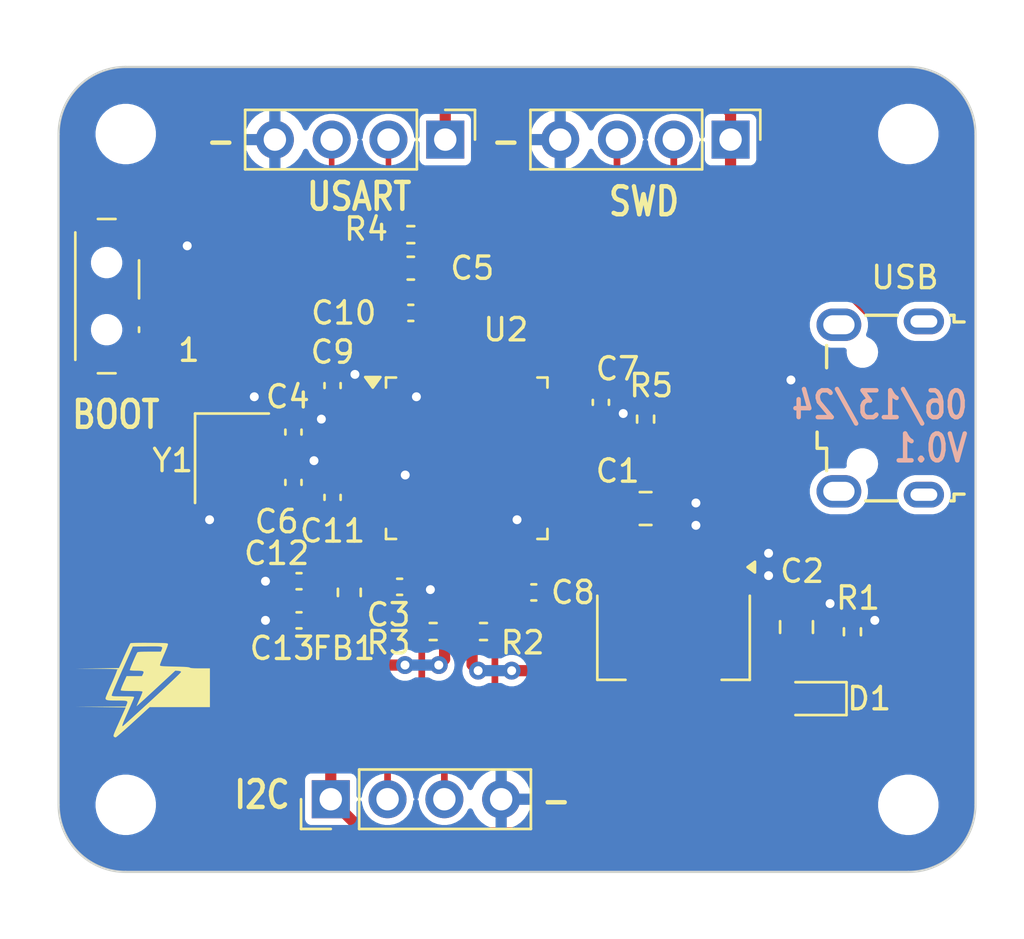
<source format=kicad_pcb>
(kicad_pcb (version 20240108) (generator "pcbnew") (generator_version "8.0")
  (layers (0 "F.Cu" signal) (31 "B.Cu" signal) (34 "B.Paste" user) (35 "F.Paste" user) (36 "B.SilkS" user "B.Silkscreen") (37 "F.SilkS" user "F.Silkscreen") (38 "B.Mask" user) (39 "F.Mask" user) (44 "Edge.Cuts" user))
  (net 0 "")
  (net 1 "GND")
  (net 2 "VBUS")
  (net 3 "+3.3V")
  (net 4 "/NRST")
  (net 5 "/HSE_IN")
  (net 6 "/HSE_OUT")
  (net 7 "+3.3VA")
  (net 8 "/PWR_LED_K")
  (net 9 "/I2C2_SDA")
  (net 10 "/I2C2_SCL")
  (net 11 "/USART1_RX")
  (net 12 "/USART1_TX")
  (net 13 "/SWDIO")
  (net 14 "/SWCLK")
  (net 16 "/USB_DP")
  (net 21 "/USB_DM")
  (net 22 "/BOOT0")
  (net 23 "/SW_BOOT0")
  (footprint "Resistor_SMD:R_0402_1005Metric" (layer "F.Cu") (at 76 65.25)
    (property "Reference" "R2" (at 1.75 0.5 0) (layer "F.SilkS"))
    (property "Value" "1k5")
    (pad "1" smd roundrect (at -0.51 0) (size 0.54 0.64) (layers "F.Cu" "F.Paste" "F.Mask") (net 3 "+3.3V"))
    (pad "2" smd roundrect (at 0.51 0) (size 0.54 0.64) (layers "F.Cu" "F.Paste" "F.Mask") (net 9 "/I2C2_SDA"))
  )
  (footprint "Resistor_SMD:R_0402_1005Metric" (layer "F.Cu") (at 83.25 55.75 -90)
    (property "Reference" "R5" (at -1.5 -0.25 0) (layer "F.SilkS"))
    (property "Value" "1k5")
    (pad "1" smd roundrect (at -0.51 0 270) (size 0.54 0.64) (layers "F.Cu" "F.Paste" "F.Mask") (net 3 "+3.3V"))
    (pad "2" smd roundrect (at 0.51 0 270) (size 0.54 0.64) (layers "F.Cu" "F.Paste" "F.Mask") (net 16 "/USB_DP"))
  )
  (footprint "Capacitor_SMD:C_0603_1608Metric" (layer "F.Cu") (at 72.75 49)
    (property "Reference" "C5" (at 2.75 0 0) (layer "F.SilkS"))
    (property "Value" "10u")
    (pad "1" smd roundrect (at -0.775 0) (size 0.9 0.95) (layers "F.Cu" "F.Paste" "F.Mask") (net 3 "+3.3V"))
    (pad "2" smd roundrect (at 0.775 0) (size 0.9 0.95) (layers "F.Cu" "F.Paste" "F.Mask") (net 1 "GND"))
  )
  (footprint "MountingHole:MountingHole_2.2mm_M2" (layer "F.Cu") (at 95 73)
    (property "Reference" "H3")
    (property "Value" "MountingHole")
    (pad "" np_thru_hole circle (at 0 0) (size 2.2 2.2) (drill 2.2) (layers "*.Cu" "*.Mask"))
  )
  (footprint "Capacitor_SMD:C_0805_2012Metric" (layer "F.Cu") (at 83.25 59.75)
    (property "Reference" "C1" (at -1.25 -1.68 0) (layer "F.SilkS"))
    (property "Value" "22u")
    (pad "1" smd roundrect (at -0.95 0) (size 1 1.45) (layers "F.Cu" "F.Paste" "F.Mask") (net 2 "VBUS"))
    (pad "2" smd roundrect (at 0.95 0) (size 1 1.45) (layers "F.Cu" "F.Paste" "F.Mask") (net 1 "GND"))
  )
  (footprint "Connector_PinHeader_2.54mm:PinHeader_1x04_P2.54mm_Vertical" (layer "F.Cu") (at 87.05 43.25 -90)
    (property "Reference" "J3" (hide yes))
    (property "Value" "Conn_01x04_Pin")
    (pad "1" thru_hole rect (at 0 0 270) (size 1.7 1.7) (drill 1) (layers "*.Cu" "*.Mask") (net 3 "+3.3V"))
    (pad "2" thru_hole oval (at 0 2.54 270) (size 1.7 1.7) (drill 1) (layers "*.Cu" "*.Mask") (net 13 "/SWDIO"))
    (pad "3" thru_hole oval (at 0 5.08 270) (size 1.7 1.7) (drill 1) (layers "*.Cu" "*.Mask") (net 14 "/SWCLK"))
    (pad "4" thru_hole oval (at 0 7.62 270) (size 1.7 1.7) (drill 1) (layers "*.Cu" "*.Mask") (net 1 "GND"))
  )
  (footprint "Capacitor_SMD:C_0402_1005Metric" (layer "F.Cu") (at 78.25 63.5 180)
    (property "Reference" "C8" (at -1.75 0 0) (layer "F.SilkS"))
    (property "Value" "100n")
    (pad "1" smd roundrect (at -0.48 0 180) (size 0.56 0.62) (layers "F.Cu" "F.Paste" "F.Mask") (net 3 "+3.3V"))
    (pad "2" smd roundrect (at 0.48 0 180) (size 0.56 0.62) (layers "F.Cu" "F.Paste" "F.Mask") (net 1 "GND"))
  )
  (footprint "MountingHole:MountingHole_2.2mm_M2" (layer "F.Cu") (at 60 43)
    (property "Reference" "H1")
    (property "Value" "MountingHole")
    (pad "" np_thru_hole circle (at 0 0) (size 2.2 2.2) (drill 2.2) (layers "*.Cu" "*.Mask"))
  )
  (footprint "Capacitor_SMD:C_0402_1005Metric" (layer "F.Cu") (at 72.75 51)
    (property "Reference" "C10" (at -3 0 0) (layer "F.SilkS"))
    (property "Value" "100n")
    (pad "1" smd roundrect (at -0.48 0) (size 0.56 0.62) (layers "F.Cu" "F.Paste" "F.Mask") (net 3 "+3.3V"))
    (pad "2" smd roundrect (at 0.48 0) (size 0.56 0.62) (layers "F.Cu" "F.Paste" "F.Mask") (net 1 "GND"))
  )
  (footprint "Capacitor_SMD:C_0402_1005Metric" (layer "F.Cu") (at 67.5 56.33 90)
    (property "Reference" "C4" (at 1.58 -0.25 0) (layer "F.SilkS"))
    (property "Value" "10p")
    (pad "1" smd roundrect (at -0.48 0 90) (size 0.56 0.62) (layers "F.Cu" "F.Paste" "F.Mask") (net 5 "/HSE_IN"))
    (pad "2" smd roundrect (at 0.48 0 90) (size 0.56 0.62) (layers "F.Cu" "F.Paste" "F.Mask") (net 1 "GND"))
  )
  (footprint "Connector_PinHeader_2.54mm:PinHeader_1x04_P2.54mm_Vertical" (layer "F.Cu") (at 69.17 72.75 90)
    (property "Reference" "J1" (hide yes))
    (property "Value" "Conn_01x04_Pin")
    (pad "1" thru_hole rect (at 0 0 90) (size 1.7 1.7) (drill 1) (layers "*.Cu" "*.Mask") (net 3 "+3.3V"))
    (pad "2" thru_hole oval (at 0 2.54 90) (size 1.7 1.7) (drill 1) (layers "*.Cu" "*.Mask") (net 10 "/I2C2_SCL"))
    (pad "3" thru_hole oval (at 0 5.08 90) (size 1.7 1.7) (drill 1) (layers "*.Cu" "*.Mask") (net 9 "/I2C2_SDA"))
    (pad "4" thru_hole oval (at 0 7.62 90) (size 1.7 1.7) (drill 1) (layers "*.Cu" "*.Mask") (net 1 "GND"))
  )
  (footprint "Package_QFP:LQFP-48_7x7mm_P0.5mm" (layer "F.Cu") (at 75.25 57.5)
    (property "Reference" "U2" (at 1.75 -5.75 0) (layer "F.SilkS"))
    (property "Value" "STM32F103C8T6")
    (pad "1" smd roundrect (at -4.1625 -2.75) (size 1.475 0.3) (layers "F.Cu" "F.Paste" "F.Mask") (net 3 "+3.3V"))
    (pad "2" smd roundrect (at -4.1625 -2.25) (size 1.475 0.3) (layers "F.Cu" "F.Paste" "F.Mask"))
    (pad "3" smd roundrect (at -4.1625 -1.75) (size 1.475 0.3) (layers "F.Cu" "F.Paste" "F.Mask"))
    (pad "4" smd roundrect (at -4.1625 -1.25) (size 1.475 0.3) (layers "F.Cu" "F.Paste" "F.Mask"))
    (pad "5" smd roundrect (at -4.1625 -0.75) (size 1.475 0.3) (layers "F.Cu" "F.Paste" "F.Mask") (net 5 "/HSE_IN"))
    (pad "6" smd roundrect (at -4.1625 -0.25) (size 1.475 0.3) (layers "F.Cu" "F.Paste" "F.Mask") (net 6 "/HSE_OUT"))
    (pad "7" smd roundrect (at -4.1625 0.25) (size 1.475 0.3) (layers "F.Cu" "F.Paste" "F.Mask") (net 4 "/NRST"))
    (pad "8" smd roundrect (at -4.1625 0.75) (size 1.475 0.3) (layers "F.Cu" "F.Paste" "F.Mask") (net 1 "GND"))
    (pad "9" smd roundrect (at -4.1625 1.25) (size 1.475 0.3) (layers "F.Cu" "F.Paste" "F.Mask") (net 7 "+3.3VA"))
    (pad "10" smd roundrect (at -4.1625 1.75) (size 1.475 0.3) (layers "F.Cu" "F.Paste" "F.Mask"))
    (pad "11" smd roundrect (at -4.1625 2.25) (size 1.475 0.3) (layers "F.Cu" "F.Paste" "F.Mask"))
    (pad "12" smd roundrect (at -4.1625 2.75) (size 1.475 0.3) (layers "F.Cu" "F.Paste" "F.Mask"))
    (pad "13" smd roundrect (at -2.75 4.1625) (size 0.3 1.475) (layers "F.Cu" "F.Paste" "F.Mask"))
    (pad "14" smd roundrect (at -2.25 4.1625) (size 0.3 1.475) (layers "F.Cu" "F.Paste" "F.Mask"))
    (pad "15" smd roundrect (at -1.75 4.1625) (size 0.3 1.475) (layers "F.Cu" "F.Paste" "F.Mask"))
    (pad "16" smd roundrect (at -1.25 4.1625) (size 0.3 1.475) (layers "F.Cu" "F.Paste" "F.Mask"))
    (pad "17" smd roundrect (at -0.75 4.1625) (size 0.3 1.475) (layers "F.Cu" "F.Paste" "F.Mask"))
    (pad "18" smd roundrect (at -0.25 4.1625) (size 0.3 1.475) (layers "F.Cu" "F.Paste" "F.Mask"))
    (pad "19" smd roundrect (at 0.25 4.1625) (size 0.3 1.475) (layers "F.Cu" "F.Paste" "F.Mask"))
    (pad "20" smd roundrect (at 0.75 4.1625) (size 0.3 1.475) (layers "F.Cu" "F.Paste" "F.Mask"))
    (pad "21" smd roundrect (at 1.25 4.1625) (size 0.3 1.475) (layers "F.Cu" "F.Paste" "F.Mask") (net 10 "/I2C2_SCL"))
    (pad "22" smd roundrect (at 1.75 4.1625) (size 0.3 1.475) (layers "F.Cu" "F.Paste" "F.Mask") (net 9 "/I2C2_SDA"))
    (pad "23" smd roundrect (at 2.25 4.1625) (size 0.3 1.475) (layers "F.Cu" "F.Paste" "F.Mask") (net 1 "GND"))
    (pad "24" smd roundrect (at 2.75 4.1625) (size 0.3 1.475) (layers "F.Cu" "F.Paste" "F.Mask") (net 3 "+3.3V"))
    (pad "25" smd roundrect (at 4.1625 2.75) (size 1.475 0.3) (layers "F.Cu" "F.Paste" "F.Mask"))
    (pad "26" smd roundrect (at 4.1625 2.25) (size 1.475 0.3) (layers "F.Cu" "F.Paste" "F.Mask"))
    (pad "27" smd roundrect (at 4.1625 1.75) (size 1.475 0.3) (layers "F.Cu" "F.Paste" "F.Mask"))
    (pad "28" smd roundrect (at 4.1625 1.25) (size 1.475 0.3) (layers "F.Cu" "F.Paste" "F.Mask"))
    (pad "29" smd roundrect (at 4.1625 0.75) (size 1.475 0.3) (layers "F.Cu" "F.Paste" "F.Mask"))
    (pad "30" smd roundrect (at 4.1625 0.25) (size 1.475 0.3) (layers "F.Cu" "F.Paste" "F.Mask"))
    (pad "31" smd roundrect (at 4.1625 -0.25) (size 1.475 0.3) (layers "F.Cu" "F.Paste" "F.Mask"))
    (pad "32" smd roundrect (at 4.1625 -0.75) (size 1.475 0.3) (layers "F.Cu" "F.Paste" "F.Mask") (net 21 "/USB_DM"))
    (pad "33" smd roundrect (at 4.1625 -1.25) (size 1.475 0.3) (layers "F.Cu" "F.Paste" "F.Mask") (net 16 "/USB_DP"))
    (pad "34" smd roundrect (at 4.1625 -1.75) (size 1.475 0.3) (layers "F.Cu" "F.Paste" "F.Mask") (net 13 "/SWDIO"))
    (pad "35" smd roundrect (at 4.1625 -2.25) (size 1.475 0.3) (layers "F.Cu" "F.Paste" "F.Mask") (net 1 "GND"))
    (pad "36" smd roundrect (at 4.1625 -2.75) (size 1.475 0.3) (layers "F.Cu" "F.Paste" "F.Mask") (net 3 "+3.3V"))
    (pad "37" smd roundrect (at 2.75 -4.1625) (size 0.3 1.475) (layers "F.Cu" "F.Paste" "F.Mask") (net 14 "/SWCLK"))
    (pad "38" smd roundrect (at 2.25 -4.1625) (size 0.3 1.475) (layers "F.Cu" "F.Paste" "F.Mask"))
    (pad "39" smd roundrect (at 1.75 -4.1625) (size 0.3 1.475) (layers "F.Cu" "F.Paste" "F.Mask"))
    (pad "40" smd roundrect (at 1.25 -4.1625) (size 0.3 1.475) (layers "F.Cu" "F.Paste" "F.Mask"))
    (pad "41" smd roundrect (at 0.75 -4.1625) (size 0.3 1.475) (layers "F.Cu" "F.Paste" "F.Mask"))
    (pad "42" smd roundrect (at 0.25 -4.1625) (size 0.3 1.475) (layers "F.Cu" "F.Paste" "F.Mask") (net 12 "/USART1_TX"))
    (pad "43" smd roundrect (at -0.25 -4.1625) (size 0.3 1.475) (layers "F.Cu" "F.Paste" "F.Mask") (net 11 "/USART1_RX"))
    (pad "44" smd roundrect (at -0.75 -4.1625) (size 0.3 1.475) (layers "F.Cu" "F.Paste" "F.Mask") (net 22 "/BOOT0"))
    (pad "45" smd roundrect (at -1.25 -4.1625) (size 0.3 1.475) (layers "F.Cu" "F.Paste" "F.Mask"))
    (pad "46" smd roundrect (at -1.75 -4.1625) (size 0.3 1.475) (layers "F.Cu" "F.Paste" "F.Mask"))
    (pad "47" smd roundrect (at -2.25 -4.1625) (size 0.3 1.475) (layers "F.Cu" "F.Paste" "F.Mask") (net 1 "GND"))
    (pad "48" smd roundrect (at -2.75 -4.1625) (size 0.3 1.475) (layers "F.Cu" "F.Paste" "F.Mask") (net 3 "+3.3V"))
  )
  (footprint "Resistor_SMD:R_0402_1005Metric" (layer "F.Cu") (at 92.5 65.26 90)
    (property "Reference" "R1" (at 1.51 0.25 180) (layer "F.SilkS"))
    (property "Value" "1k5")
    (pad "1" smd roundrect (at -0.51 0 90) (size 0.54 0.64) (layers "F.Cu" "F.Paste" "F.Mask") (net 8 "/PWR_LED_K"))
    (pad "2" smd roundrect (at 0.51 0 90) (size 0.54 0.64) (layers "F.Cu" "F.Paste" "F.Mask") (net 1 "GND"))
  )
  (footprint "LED_SMD:LED_0603_1608Metric" (layer "F.Cu") (at 90.75 68.25 180)
    (property "Reference" "D1" (at -2.5 0 0) (layer "F.SilkS"))
    (property "Value" "LED")
    (pad "1" smd roundrect (at -0.7875 0 180) (size 0.875 0.95) (layers "F.Cu" "F.Paste" "F.Mask") (net 8 "/PWR_LED_K"))
    (pad "2" smd roundrect (at 0.7875 0 180) (size 0.875 0.95) (layers "F.Cu" "F.Paste" "F.Mask") (net 3 "+3.3V"))
  )
  (footprint "Connector_PinHeader_2.54mm:PinHeader_1x04_P2.54mm_Vertical" (layer "F.Cu") (at 74.29 43.25 -90)
    (property "Reference" "J2" (hide yes))
    (property "Value" "Conn_01x04_Pin")
    (pad "1" thru_hole rect (at 0 0 270) (size 1.7 1.7) (drill 1) (layers "*.Cu" "*.Mask") (net 3 "+3.3V"))
    (pad "2" thru_hole oval (at 0 2.54 270) (size 1.7 1.7) (drill 1) (layers "*.Cu" "*.Mask") (net 12 "/USART1_TX"))
    (pad "3" thru_hole oval (at 0 5.08 270) (size 1.7 1.7) (drill 1) (layers "*.Cu" "*.Mask") (net 11 "/USART1_RX"))
    (pad "4" thru_hole oval (at 0 7.62 270) (size 1.7 1.7) (drill 1) (layers "*.Cu" "*.Mask") (net 1 "GND"))
  )
  (footprint "LOGO" (layer "F.Cu") (at 60.75 67.75)
    (property "Reference" "G***" (hide yes))
    (property "Value" "LOGO" (hide yes))
  )
  (footprint "Capacitor_SMD:C_0402_1005Metric" (layer "F.Cu") (at 81.25 55 -90)
    (property "Reference" "C7" (at -1.5 -0.75 180) (layer "F.SilkS"))
    (property "Value" "100n")
    (pad "1" smd roundrect (at -0.48 0 270) (size 0.56 0.62) (layers "F.Cu" "F.Paste" "F.Mask") (net 3 "+3.3V"))
    (pad "2" smd roundrect (at 0.48 0 270) (size 0.56 0.62) (layers "F.Cu" "F.Paste" "F.Mask") (net 1 "GND"))
  )
  (footprint "MountingHole:MountingHole_2.2mm_M2" (layer "F.Cu") (at 60 73)
    (property "Reference" "H2")
    (property "Value" "MountingHole")
    (pad "" np_thru_hole circle (at 0 0) (size 2.2 2.2) (drill 2.2) (layers "*.Cu" "*.Mask"))
  )
  (footprint "Capacitor_SMD:C_0402_1005Metric" (layer "F.Cu") (at 69.25 54.25 90)
    (property "Reference" "C9" (at 1.5 0 180) (layer "F.SilkS"))
    (property "Value" "100n")
    (pad "1" smd roundrect (at -0.48 0 90) (size 0.56 0.62) (layers "F.Cu" "F.Paste" "F.Mask") (net 3 "+3.3V"))
    (pad "2" smd roundrect (at 0.48 0 90) (size 0.56 0.62) (layers "F.Cu" "F.Paste" "F.Mask") (net 1 "GND"))
  )
  (footprint "MountingHole:MountingHole_2.2mm_M2" (layer "F.Cu") (at 95 43)
    (property "Reference" "H4")
    (property "Value" "MountingHole")
    (pad "" np_thru_hole circle (at 0 0) (size 2.2 2.2) (drill 2.2) (layers "*.Cu" "*.Mask"))
  )
  (footprint "Capacitor_SMD:C_0402_1005Metric" (layer "F.Cu") (at 72.25 63.25)
    (property "Reference" "C3" (at -0.5 1.25 180) (layer "F.SilkS"))
    (property "Value" "100n")
    (pad "1" smd roundrect (at -0.48 0) (size 0.56 0.62) (layers "F.Cu" "F.Paste" "F.Mask") (net 4 "/NRST"))
    (pad "2" smd roundrect (at 0.48 0) (size 0.56 0.62) (layers "F.Cu" "F.Paste" "F.Mask") (net 1 "GND"))
  )
  (footprint "Connector_USB:USB_Micro-B_Wuerth_629105150521" (layer "F.Cu") (at 93.745 55.255 90)
    (property "Reference" "J4")
    (property "Value" "USB_B_Micro")
    (pad "" np_thru_hole oval (at -2.5 -0.8 90) (size 0.8 0.8) (drill 0.8) (layers "*.Cu" "*.Mask"))
    (pad "" np_thru_hole oval (at 2.5 -0.8 90) (size 0.8 0.8) (drill 0.8) (layers "*.Cu" "*.Mask"))
    (pad "1" smd rect (at -1.3 -1.9 90) (size 0.45 1.3) (layers "F.Cu" "F.Paste" "F.Mask") (net 2 "VBUS"))
    (pad "2" smd rect (at -0.65 -1.9 90) (size 0.45 1.3) (layers "F.Cu" "F.Paste" "F.Mask") (net 21 "/USB_DM"))
    (pad "3" smd rect (at 0 -1.9 90) (size 0.45 1.3) (layers "F.Cu" "F.Paste" "F.Mask") (net 16 "/USB_DP"))
    (pad "4" smd rect (at 0.65 -1.9 90) (size 0.45 1.3) (layers "F.Cu" "F.Paste" "F.Mask"))
    (pad "5" smd rect (at 1.3 -1.9 90) (size 0.45 1.3) (layers "F.Cu" "F.Paste" "F.Mask") (net 1 "GND"))
    (pad "6" thru_hole oval (at -3.875 1.95 90) (size 1.15 1.8) (drill oval 0.55 1.2) (layers "*.Cu" "*.Mask"))
    (pad "6" thru_hole oval (at -3.725 -1.85 90) (size 1.45 2) (drill oval 0.85 1.4) (layers "*.Cu" "*.Mask"))
    (pad "6" thru_hole oval (at 3.725 -1.85 90) (size 1.45 2) (drill oval 0.85 1.4) (layers "*.Cu" "*.Mask"))
    (pad "6" thru_hole oval (at 3.875 1.95 90) (size 1.15 1.8) (drill oval 0.55 1.2) (layers "*.Cu" "*.Mask"))
  )
  (footprint "Capacitor_SMD:C_0805_2012Metric" (layer "F.Cu") (at 90 65.05 90)
    (property "Reference" "C2" (at 2.5 0.25 180) (layer "F.SilkS"))
    (property "Value" "22u")
    (pad "1" smd roundrect (at -0.95 0 90) (size 1 1.45) (layers "F.Cu" "F.Paste" "F.Mask") (net 3 "+3.3V"))
    (pad "2" smd roundrect (at 0.95 0 90) (size 1 1.45) (layers "F.Cu" "F.Paste" "F.Mask") (net 1 "GND"))
  )
  (footprint "Crystal:Crystal_SMD_3225-4Pin_3.2x2.5mm" (layer "F.Cu") (at 64.75 57.5 -90)
    (property "Reference" "Y1" (at 0.1 2.65 180) (layer "F.SilkS"))
    (property "Value" "16Mhz")
    (pad "1" smd rect (at -1.1 0.85 270) (size 1.4 1.2) (layers "F.Cu" "F.Paste" "F.Mask") (net 5 "/HSE_IN"))
    (pad "2" smd rect (at 1.1 0.85 270) (size 1.4 1.2) (layers "F.Cu" "F.Paste" "F.Mask") (net 1 "GND"))
    (pad "3" smd rect (at 1.1 -0.85 270) (size 1.4 1.2) (layers "F.Cu" "F.Paste" "F.Mask") (net 6 "/HSE_OUT"))
    (pad "4" smd rect (at -1.1 -0.85 270) (size 1.4 1.2) (layers "F.Cu" "F.Paste" "F.Mask") (net 1 "GND"))
  )
  (footprint "Inductor_SMD:L_0603_1608Metric" (layer "F.Cu") (at 70 63.5 -90)
    (property "Reference" "FB1" (at 2.5 0.25 0) (layer "F.SilkS"))
    (property "Value" "120R")
    (pad "1" smd roundrect (at -0.7875 0 270) (size 0.875 0.95) (layers "F.Cu" "F.Paste" "F.Mask") (net 7 "+3.3VA"))
    (pad "2" smd roundrect (at 0.7875 0 270) (size 0.875 0.95) (layers "F.Cu" "F.Paste" "F.Mask") (net 3 "+3.3V"))
  )
  (footprint "Capacitor_SMD:C_0402_1005Metric" (layer "F.Cu") (at 67.5 58.58 90)
    (property "Reference" "C6" (at -1.75 -0.75 180) (layer "F.SilkS"))
    (property "Value" "10p")
    (pad "1" smd roundrect (at -0.48 0 90) (size 0.56 0.62) (layers "F.Cu" "F.Paste" "F.Mask") (net 6 "/HSE_OUT"))
    (pad "2" smd roundrect (at 0.48 0 90) (size 0.56 0.62) (layers "F.Cu" "F.Paste" "F.Mask") (net 1 "GND"))
  )
  (footprint "Capacitor_SMD:C_0402_1005Metric" (layer "F.Cu") (at 67.75 63 180)
    (property "Reference" "C12" (at 1 1.25 0) (layer "F.SilkS"))
    (property "Value" "1u")
    (pad "1" smd roundrect (at -0.48 0 180) (size 0.56 0.62) (layers "F.Cu" "F.Paste" "F.Mask") (net 7 "+3.3VA"))
    (pad "2" smd roundrect (at 0.48 0 180) (size 0.56 0.62) (layers "F.Cu" "F.Paste" "F.Mask") (net 1 "GND"))
  )
  (footprint "Capacitor_SMD:C_0402_1005Metric" (layer "F.Cu") (at 69.25 59.25 90)
    (property "Reference" "C11" (at -1.5 0 180) (layer "F.SilkS"))
    (property "Value" "10n")
    (pad "1" smd roundrect (at -0.48 0 90) (size 0.56 0.62) (layers "F.Cu" "F.Paste" "F.Mask") (net 7 "+3.3VA"))
    (pad "2" smd roundrect (at 0.48 0 90) (size 0.56 0.62) (layers "F.Cu" "F.Paste" "F.Mask") (net 1 "GND"))
  )
  (footprint "Resistor_SMD:R_0402_1005Metric" (layer "F.Cu") (at 73.75 65.25 180)
    (property "Reference" "R3" (at 2 -0.5 0) (layer "F.SilkS"))
    (property "Value" "1k5")
    (pad "1" smd roundrect (at -0.51 0 180) (size 0.54 0.64) (layers "F.Cu" "F.Paste" "F.Mask") (net 3 "+3.3V"))
    (pad "2" smd roundrect (at 0.51 0 180) (size 0.54 0.64) (layers "F.Cu" "F.Paste" "F.Mask") (net 10 "/I2C2_SCL"))
  )
  (footprint "Button_Switch_SMD:SW_SPDT_PCM12" (layer "F.Cu") (at 59.475 50.25 -90)
    (property "Reference" "SW1")
    (property "Value" "SW_SPDT")
    (pad "" smd rect (at -3.65 -0.78 270) (size 1 0.8) (layers "F.Cu" "F.Paste" "F.Mask"))
    (pad "" smd rect (at -3.65 1.43 270) (size 1 0.8) (layers "F.Cu" "F.Paste" "F.Mask"))
    (pad "" np_thru_hole circle (at -1.5 0.33 270) (size 0.9 0.9) (drill 0.9) (layers "*.Cu" "*.Mask"))
    (pad "" np_thru_hole circle (at 1.5 0.33 270) (size 0.9 0.9) (drill 0.9) (layers "*.Cu" "*.Mask"))
    (pad "" smd rect (at 3.65 -0.78 270) (size 1 0.8) (layers "F.Cu" "F.Paste" "F.Mask"))
    (pad "" smd rect (at 3.65 1.43 270) (size 1 0.8) (layers "F.Cu" "F.Paste" "F.Mask"))
    (pad "1" smd rect (at -2.25 -1.43 270) (size 0.7 1.5) (layers "F.Cu" "F.Paste" "F.Mask") (net 1 "GND"))
    (pad "2" smd rect (at 0.75 -1.43 270) (size 0.7 1.5) (layers "F.Cu" "F.Paste" "F.Mask") (net 23 "/SW_BOOT0"))
    (pad "3" smd rect (at 2.25 -1.43 270) (size 0.7 1.5) (layers "F.Cu" "F.Paste" "F.Mask") (net 3 "+3.3V"))
  )
  (footprint "Resistor_SMD:R_0402_1005Metric" (layer "F.Cu") (at 72.75 47.5)
    (property "Reference" "R4" (at -2 -0.25 0) (layer "F.SilkS"))
    (property "Value" "10k")
    (pad "1" smd roundrect (at -0.51 0) (size 0.54 0.64) (layers "F.Cu" "F.Paste" "F.Mask") (net 23 "/SW_BOOT0"))
    (pad "2" smd roundrect (at 0.51 0) (size 0.54 0.64) (layers "F.Cu" "F.Paste" "F.Mask") (net 22 "/BOOT0"))
  )
  (footprint "Package_TO_SOT_SMD:SOT-223-3_TabPin2" (layer "F.Cu") (at 84.5 65.5 -90)
    (property "Reference" "U1")
    (property "Value" "AMS1117-3.3")
    (pad "1" smd roundrect (at -3.15 -2.3 270) (size 2 1.5) (layers "F.Cu" "F.Paste" "F.Mask") (net 1 "GND"))
    (pad "2" smd roundrect (at -3.15 0 270) (size 2 1.5) (layers "F.Cu" "F.Paste" "F.Mask") (net 3 "+3.3V"))
    (pad "2" smd roundrect (at 3.15 0 270) (size 2 3.8) (layers "F.Cu" "F.Paste" "F.Mask") (net 3 "+3.3V"))
    (pad "3" smd roundrect (at -3.15 2.3 270) (size 2 1.5) (layers "F.Cu" "F.Paste" "F.Mask") (net 2 "VBUS"))
  )
  (footprint "Capacitor_SMD:C_0402_1005Metric" (layer "F.Cu") (at 67.75 64.75 180)
    (property "Reference" "C13" (at 0.75 -1.25 0) (layer "F.SilkS"))
    (property "Value" "1u")
    (pad "1" smd roundrect (at -0.48 0 180) (size 0.56 0.62) (layers "F.Cu" "F.Paste" "F.Mask") (net 3 "+3.3V"))
    (pad "2" smd roundrect (at 0.48 0 180) (size 0.56 0.62) (layers "F.Cu" "F.Paste" "F.Mask") (net 1 "GND"))
  )
  (gr_line (start 60 76) (end 95 76) (stroke (width 0.1)) (layer "Edge.Cuts"))
  (gr_arc (start 60 76) (mid 57.87868 75.12132) (end 57 73) (stroke (width 0.1)) (layer "Edge.Cuts"))
  (gr_line (start 98 43) (end 98 73) (stroke (width 0.1)) (layer "Edge.Cuts"))
  (gr_arc (start 98 73) (mid 97.12132 75.12132) (end 95 76) (stroke (width 0.1)) (layer "Edge.Cuts"))
  (gr_arc (start 95 40) (mid 97.12132 40.87868) (end 98 43) (stroke (width 0.1)) (layer "Edge.Cuts"))
  (gr_line (start 57 43) (end 57 73) (stroke (width 0.1)) (layer "Edge.Cuts"))
  (gr_line (start 60 40) (end 95 40) (stroke (width 0.1)) (layer "Edge.Cuts"))
  (gr_arc (start 57 43) (mid 57.87868 40.87868) (end 60 40) (stroke (width 0.1)) (layer "Edge.Cuts"))
  (gr_text "06/13/24\nV0.1" (at 97.75 57.75 0) (layer "B.SilkS") (effects (font (size 1.2 1) (thickness 0.2) (bold yes)) (justify left bottom mirror)))
  (gr_text "BOOT" (at 57.5 56.25 0) (layer "F.SilkS") (effects (font (size 1.2 1) (thickness 0.2) (bold yes)) (justify left bottom)))
  (gr_text "-" (at 76.25 44 0) (layer "F.SilkS") (effects (font (size 1.2 1) (thickness 0.2) (bold yes)) (justify left bottom)))
  (gr_text "1" (at 62.25 53.25 0) (layer "F.SilkS") (effects (font (size 1 1)) (justify left bottom)))
  (gr_text "SWD" (at 81.5 46.75 0) (layer "F.SilkS") (effects (font (size 1.25 1) (thickness 0.2) (bold yes)) (justify left bottom)))
  (gr_text "USART\n" (at 68 46.5 0) (layer "F.SilkS") (effects (font (size 1.2 1) (thickness 0.2) (bold yes)) (justify left bottom)))
  (gr_text "-" (at 78.5 73.5 0) (layer "F.SilkS") (effects (font (size 1.2 1) (thickness 0.2) (bold yes)) (justify left bottom)))
  (gr_text "I2C" (at 64.75 73.25 0) (layer "F.SilkS") (effects (font (size 1.2 1) (thickness 0.2) (bold yes)) (justify left bottom)))
  (gr_text "USB" (at 93.25 50 0) (layer "F.SilkS") (effects (font (size 1 1)) (justify left bottom)))
  (gr_text "-" (at 63.5 44 0) (layer "F.SilkS") (effects (font (size 1.2 1) (thickness 0.2) (bold yes)) (justify left bottom)))
  (segment (start 71.0875 58.25) (end 72.5 58.25) (width 0.3) (layer "F.Cu") (net 1))
  (segment (start 93.5 64.75) (end 93.46 64.79) (width 0.5) (layer "F.Cu") (net 1))
  (segment (start 73.625 63.375) (end 73.651472 63.401472) (width 0.5) (layer "F.Cu") (net 1))
  (segment (start 69.25 58.77) (end 69.25 58.703986) (width 0.3) (layer "F.Cu") (net 1))
  (segment (start 80.48312 55.48) (end 81.25 55.48) (width 0.3) (layer "F.Cu") (net 1))
  (segment (start 69.25 58.703986) (end 69.703986 58.25) (width 0.3) (layer "F.Cu") (net 1))
  (segment (start 81.25 55.48) (end 82.23 55.48) (width 0.3) (layer "F.Cu") (net 1))
  (segment (start 73 53.3375) (end 73 54.25) (width 0.3) (layer "F.Cu") (net 1))
  (segment (start 67.27 64.75) (end 66.25 64.75) (width 0.5) (layer "F.Cu") (net 1))
  (segment (start 69.25 53.75) (end 70.25 53.75) (width 0.5) (layer "F.Cu") (net 1))
  (segment (start 68.418908 57.816429) (end 68.135337 58.1) (width 0.5) (layer "F.Cu") (net 1))
  (segment (start 73.23 51) (end 73.23 50.77) (width 0.3) (layer "F.Cu") (net 1))
  (segment (start 68.135337 58.1) (end 67.5 58.1) (width 0.5) (layer "F.Cu") (net 1))
  (segment (start 67.27 63) (end 66.25 63) (width 0.5) (layer "F.Cu") (net 1))
  (segment (start 89.795 53.955) (end 91.845 53.955) (width 0.3) (layer "F.Cu") (net 1))
  (segment (start 73 54.25) (end 73 54.75) (width 0.3) (layer "F.Cu") (net 1))
  (segment (start 68.15 55.85) (end 68.25 55.75) (width 0.5) (layer "F.Cu") (net 1))
  (segment (start 92.5 64.79) (end 92.5 64.75) (width 0.5) (layer "F.Cu") (net 1))
  (segment (start 77.5 61.6625) (end 77.5 62.75) (width 0.3) (layer "F.Cu") (net 1))
  (segment (start 73 52.49688) (end 73.23 52.26688) (width 0.3) (layer "F.Cu") (net 1))
  (segment (start 73 53.3375) (end 73 52.49688) (width 0.3) (layer "F.Cu") (net 1))
  (segment (start 63.9 60.1) (end 63.75 60.25) (width 0.5) (layer "F.Cu") (net 1))
  (segment (start 62.75 48) (end 60.905 48) (width 0.5) (layer "F.Cu") (net 1))
  (segment (start 73.5 63.25) (end 72.73 63.25) (width 0.5) (layer "F.Cu") (net 1))
  (segment (start 79.4125 55.25) (end 80.25312 55.25) (width 0.3) (layer "F.Cu") (net 1))
  (segment (start 66.67 43.25) (end 66.5 43.25) (width 0.5) (layer "F.Cu") (net 1))
  (segment (start 93.46 64.79) (end 92.5 64.79) (width 0.5) (layer "F.Cu") (net 1))
  (segment (start 69.25 58.77) (end 69.25 58.75) (width 0.5) (layer "F.Cu") (net 1))
  (segment (start 65.6 56.4) (end 65.6 54.9) (width 0.5) (layer "F.Cu") (net 1))
  (segment (start 77.77 63.02) (end 77.77 63.5) (width 0.3) (layer "F.Cu") (net 1))
  (segment (start 73.23 50.02) (end 73.23 50.77) (width 0.5) (layer "F.Cu") (net 1))
  (segment (start 67.5 55.85) (end 68.15 55.85) (width 0.5) (layer "F.Cu") (net 1))
  (segment (start 67.5 58.1) (end 67.5 58) (width 0.5) (layer "F.Cu") (net 1))
  (segment (start 73.625 63.375) (end 73.5 63.25) (width 0.5) (layer "F.Cu") (net 1))
  (segment (start 69.703986 58.25) (end 71.0875 58.25) (width 0.3) (layer "F.Cu") (net 1))
  (segment (start 77.5 60.25) (end 77.5 61.6625) (width 0.3) (layer "F.Cu") (net 1))
  (segment (start 79.43 43.25) (end 79 43.25) (width 0.5) (layer "F.Cu") (net 1))
  (segment (start 73.525 49) (end 73.525 49.725) (width 0.5) (layer "F.Cu") (net 1))
  (segment (start 67.27 63) (end 67.25 63) (width 0.5) (layer "F.Cu") (net 1))
  (segment (start 89.75 54) (end 89.795 53.955) (width 0.3) (layer "F.Cu") (net 1))
  (segment (start 65.6 56.4) (end 65.6 56.35) (width 0.5) (layer "F.Cu") (net 1))
  (segment (start 73.651472 63.401472) (end 73.651472 63.5) (width 0.5) (layer "F.Cu") (net 1))
  (segment (start 73.525 49.725) (end 73.23 50.02) (width 0.5) (layer "F.Cu") (net 1))
  (segment (start 68.418908 57.60843) (end 68.418908 57.816429) (width 0.5) (layer "F.Cu") (net 1))
  (segment (start 65.6 54.9) (end 65.75 54.75) (width 0.5) (layer "F.Cu") (net 1))
  (segment (start 77.5 62.75) (end 77.77 63.02) (width 0.3) (layer "F.Cu") (net 1))
  (segment (start 69.25 53.77) (end 69.25 53.75) (width 0.5) (layer "F.Cu") (net 1))
  (segment (start 80.25312 55.25) (end 80.48312 55.48) (width 0.3) (layer "F.Cu") (net 1))
  (segment (start 65.6 56.35) (end 65.5 56.25) (width 0.5) (layer "F.Cu") (net 1))
  (segment (start 68.25 55.75) (end 68.75 55.75) (width 0.5) (layer "F.Cu") (net 1))
  (segment (start 82.23 55.48) (end 82.25 55.5) (width 0.3) (layer "F.Cu") (net 1))
  (segment (start 63.9 58.6) (end 63.9 60.1) (width 0.5) (layer "F.Cu") (net 1))
  (segment (start 73.23 52.26688) (end 73.23 51) (width 0.3) (layer "F.Cu") (net 1))
  (via (at 68.75 55.75) (size 0.8) (drill 0.4) (layers "F.Cu" "B.Cu") (net 1))
  (via (at 63.75 60.25) (size 0.8) (drill 0.4) (layers "F.Cu" "B.Cu") (net 1))
  (via (at 66.25 64.75) (size 0.8) (drill 0.4) (layers "F.Cu" "B.Cu") (net 1))
  (via (at 73.625 63.375) (size 0.8) (drill 0.4) (layers "F.Cu" "B.Cu") (net 1))
  (via (at 77.5 60.25) (size 0.8) (drill 0.4) (layers "F.Cu" "B.Cu") (net 1))
  (via (at 89.75 54) (size 0.8) (drill 0.4) (layers "F.Cu" "B.Cu") (net 1))
  (via (at 66.25 63) (size 0.8) (drill 0.4) (layers "F.Cu" "B.Cu") (net 1))
  (via (at 68.418908 57.60843) (size 0.8) (drill 0.4) (layers "F.Cu" "B.Cu") (net 1))
  (via (at 93.5 64.75) (size 0.8) (drill 0.4) (layers "F.Cu" "B.Cu") (net 1))
  (via (at 73 54.75) (size 0.8) (drill 0.4) (layers "F.Cu" "B.Cu") (net 1))
  (via (at 85.5 60.5) (size 0.8) (drill 0.4) (layers "F.Cu" "B.Cu") (net 1))
  (via (at 88.75 61.75) (size 0.8) (drill 0.4) (layers "F.Cu" "B.Cu") (net 1))
  (via (at 70.25 53.75) (size 0.8) (drill 0.4) (layers "F.Cu" "B.Cu") (net 1))
  (via (at 91.5 64) (size 0.8) (drill 0.4) (layers "F.Cu" "B.Cu") (net 1))
  (via (at 82.25 55.5) (size 0.8) (drill 0.4) (layers "F.Cu" "B.Cu") (net 1))
  (via (at 85.5 59.5) (size 0.8) (drill 0.4) (layers "F.Cu" "B.Cu") (net 1))
  (via (at 88.75 62.75) (size 0.8) (drill 0.4) (layers "F.Cu" "B.Cu") (net 1))
  (via (at 65.75 54.75) (size 0.8) (drill 0.4) (layers "F.Cu" "B.Cu") (net 1))
  (via (at 62.75 48) (size 0.8) (drill 0.4) (layers "F.Cu" "B.Cu") (net 1))
  (via (at 72.5 58.25) (size 0.8) (drill 0.4) (layers "F.Cu" "B.Cu") (net 1))
  (segment (start 88.5 69.5) (end 91.714318 69.5) (width 0.5) (layer "F.Cu") (net 3))
  (segment (start 94 62.304569) (end 94 51.698299) (width 0.5) (layer "F.Cu") (net 3))
  (segment (start 88.5 69.5) (end 88.5 71.25) (width 0.5) (layer "F.Cu") (net 3))
  (segment (start 69.17 72.75) (end 69.17 67.58) (width 0.5) (layer "F.Cu") (net 3))
  (segment (start 69.0375 64.2875) (end 70 64.2875) (width 0.5) (layer "F.Cu") (net 3))
  (segment (start 71.1 53.397918) (end 71.1 54.6375) (width 0.5) (layer "F.Cu") (net 3))
  (segment (start 88.5 67.75) (end 88.5 69.5) (width 0.5) (layer "F.Cu") (net 3))
  (segment (start 94 51.698299) (end 88.801701 46.5) (width 0.5) (layer "F.Cu") (net 3))
  (segment (start 64 53.75) (end 62.75 53.75) (width 0.5) (layer "F.Cu") (net 3))
  (segment (start 78.75 67) (end 78.75 69.25) (width 0.5) (layer "F.Cu") (net 3))
  (segment (start 70 66.75) (end 70 65.75) (width 0.5) (layer "F.Cu") (net 3))
  (segment (start 68.25 68.25) (end 69.17 68.25) (width 0.5) (layer "F.Cu") (net 3))
  (segment (start 70.75 49) (end 70.75 53.047918) (width 0.5) (layer "F.Cu") (net 3))
  (segment (start 83 72.5) (end 83 71.25) (width 0.5) (layer "F.Cu") (net 3))
  (segment (start 78 62.5) (end 78.73 63.23) (width 0.3) (layer "F.Cu") (net 3))
  (segment (start 87.05 50.45) (end 83.25 54.25) (width 0.5) (layer "F.Cu") (net 3))
  (segment (start 78.73 63.5) (end 78.73 63.809999) (width 0.5) (layer "F.Cu") (net 3))
  (segment (start 70.75 49) (end 68.75 49) (width 0.5) (layer "F.Cu") (net 3))
  (segment (start 68.75 49) (end 64 53.75) (width 0.5) (layer "F.Cu") (net 3))
  (segment (start 80.25 54.75) (end 80.5 54.5) (width 0.3) (layer "F.Cu") (net 3))
  (segment (start 72.27 50.27) (end 72.27 50.77) (width 0.5) (layer "F.Cu") (net 3))
  (segment (start 90 66) (end 90 67) (width 0.5) (layer "F.Cu") (net 3))
  (segment (start 70 65.75) (end 70 64.2875) (width 0.5) (layer "F.Cu") (net 3))
  (segment (start 62.5 62.5) (end 68.25 68.25) (width 0.5) (layer "F.Cu") (net 3))
  (segment (start 69 64.25) (end 69.0375 64.2875) (width 0.5) (layer "F.Cu") (net 3))
  (segment (start 74.26 65.25) (end 74.26 66.49) (width 0.5) (layer "F.Cu") (net 3))
  (segment (start 80.75 71.25) (end 83 71.25) (width 0.5) (layer "F.Cu") (net 3))
  (segment (start 87.05 42.05) (end 87.05 43.25) (width 0.5) (layer "F.Cu") (net 3))
  (segment (start 90 67) (end 90 68.2125) (width 0.5) (layer "F.Cu") (net 3))
  (segment (start 72.27 51) (end 72.27 50.77) (width 0.3) (layer "F.Cu") (net 3))
  (segment (start 88.801701 46.5) (end 87.05 46.5) (width 0.5) (layer "F.Cu") (net 3))
  (segment (start 94.35 66.864318) (end 94.35 62.654569) (width 0.5) (layer "F.Cu") (net 3))
  (segment (start 81.25 74.25) (end 83 72.5) (width 0.5) (layer "F.Cu") (net 3))
  (segment (start 86.5 41.5) (end 87.05 42.05) (width 0.5) (layer "F.Cu") (net 3))
  (segment (start 80.5 54.5) (end 80.52 54.52) (width 0.3) (layer "F.Cu") (net 3))
  (segment (start 78.75 63.829999) (end 78.75 67) (width 0.5) (layer "F.Cu") (net 3))
  (segment (start 70 66.75) (end 72.49 66.75) (width 0.5) (layer "F.Cu") (net 3))
  (segment (start 78.75 69.25) (end 80.75 71.25) (width 0.5) (layer "F.Cu") (net 3))
  (segment (start 74.29 41.96) (end 74.75 41.5) (width 0.5) (layer "F.Cu") (net 3))
  (segment (start 87.05 46.5) (end 87.05 50.45) (width 0.5) (layer "F.Cu") (net 3))
  (segment (start 70.67 74.25) (end 81.25 74.25) (width 0.5) (layer "F.Cu") (net 3))
  (segment (start 71.975 49.975) (end 72.27 50.27) (width 0.5) (layer "F.Cu") (net 3))
  (segment (start 68.23 64.75) (end 68.5 64.75) (width 0.5) (layer "F.Cu") (net 3))
  (segment (start 78 61.6625) (end 78 62.5) (width 0.3) (layer "F.Cu") (net 3))
  (segment (start 62.5 53) (end 62.5 54) (width 0.5) (layer "F.Cu") (net 3))
  (segment (start 69.17 72.75) (end 70.67 74.25) (width 0.5) (layer "F.Cu") (net 3))
  (segment (start 74.29 43.25) (end 74.29 41.96) (width 0.5) (layer "F.Cu") (net 3))
  (segment (start 87.05 43.25) (end 87.05 46.5) (width 0.5) (layer "F.Cu") (net 3))
  (segment (start 82.98 54.52) (end 83.25 54.25) (width 0.3) (layer "F.Cu") (net 3))
  (segment (start 90 68.2125) (end 89.9625 68.25) (width 0.5) (layer "F.Cu") (net 3))
  (segment (start 71.975 49) (end 71.975 49.975) (width 0.5) (layer "F.Cu") (net 3))
  (segment (start 90 67.25) (end 89 67.25) (width 0.5) (layer "F.Cu") (net 3))
  (segment (start 75.49 66.73) (end 75.76 67) (width 0.5) (layer "F.Cu") (net 3))
  (segment (start 94.35 62.654569) (end 94 62.304569) (width 0.5) (layer "F.Cu") (net 3))
  (segment (start 62.5 54) (end 62.5 62.5) (width 0.5) (layer "F.Cu") (net 3))
  (segment (start 69.17 67.58) (end 70 66.75) (width 0.5) (layer "F.Cu") (net 3))
  (segment (start 72.5 53.3375) (end 72.5 52.5) (width 0.3) (layer "F.Cu") (net 3))
  (segment (start 81.25 54.52) (end 82.98 54.52) (width 0.3) (layer "F.Cu") (net 3))
  (segment (start 91.714318 69.5) (end 94.35 66.864318) (width 0.5) (layer "F.Cu") (net 3))
  (segment (start 62.75 53.75) (end 62.5 54) (width 0.5) (layer "F.Cu") (net 3))
  (segment (start 70.75 53.047918) (end 71.1 53.397918) (width 0.5) (layer "F.Cu") (net 3))
  (segment (start 78.73 63.23) (end 78.73 63.5) (width 0.3) (layer "F.Cu") (net 3))
  (segment (start 72.27 52.23) (end 72.27 51) (width 0.3) (layer "F.Cu") (net 3))
  (segment (start 79.4125 54.75) (end 80.25 54.75) (width 0.3) (layer "F.Cu") (net 3))
  (segment (start 89 67.25) (end 88.5 67.75) (width 0.5) (layer "F.Cu") (net 3))
  (segment (start 77.26 67) (end 78.75 67) (width 0.5) (layer "F.Cu") (net 3))
  (segment (start 71.975 49) (end 70.75 49) (width 0.5) (layer "F.Cu") (net 3))
  (segment (start 69.25 54.73) (end 69.25 54.75) (width 0.3) (layer "F.Cu") (net 3))
  (segment (start 60.905 52.5) (end 62 52.5) (width 0.5) (layer "F.Cu") (net 3))
  (segment (start 78.73 63.809999) (end 78.75 63.829999) (width 0.5) (layer "F.Cu") (net 3))
  (segment (start 75.49 65.25) (end 75.49 66.73) (width 0.5) (layer "F.Cu") (net 3))
  (segment (start 72.25 52.25) (end 72.27 52.23) (width 0.3) (layer "F.Cu") (net 3))
  (segment (start 74.26 66.49) (end 74 66.75) (width 0.5) (layer "F.Cu") (net 3))
  (segment (start 74.75 41.5) (end 86.5 41.5) (width 0.5) (layer "F.Cu") (net 3))
  (segment (start 68.5 64.75) (end 69 64.25) (width 0.5) (layer "F.Cu") (net 3))
  (segment (start 69.25 54.75) (end 71.0875 54.75) (width 0.3) (layer "F.Cu") (net 3))
  (segment (start 71.1 54.6375) (end 71.0875 54.65) (width 0.5) (layer "F.Cu") (net 3))
  (segment (start 74.26 65.25) (end 75.49 65.25) (width 0.5) (layer "F.Cu") (net 3))
  (segment (start 80.52 54.52) (end 81.25 54.52) (width 0.3) (layer "F.Cu") (net 3))
  (segment (start 88.5 71.25) (end 83 71.25) (width 0.5) (layer "F.Cu") (net 3))
  (segment (start 72.5 52.5) (end 72.25 52.25) (width 0.3) (layer "F.Cu") (net 3))
  (segment (start 62 52.5) (end 62.5 53) (width 0.5) (layer "F.Cu") (net 3))
  (segment (start 83.25 54.25) (end 83.25 55.24) (width 0.5) (layer "F.Cu") (net 3))
  (via (at 75.76 67) (size 0.8) (drill 0.4) (layers "F.Cu" "B.Cu") (net 3))
  (via (at 74 66.75) (size 0.8) (drill 0.4) (layers "F.Cu" "B.Cu") (net 3))
  (via (at 72.49 66.75) (size 0.8) (drill 0.4) (layers "F.Cu" "B.Cu") (net 3))
  (via (at 77.26 67) (size 0.8) (drill 0.4) (layers "F.Cu" "B.Cu") (net 3))
  (segment (start 77.26 67) (end 75.76 67) (width 0.5) (layer "B.Cu") (net 3))
  (segment (start 74 66.75) (end 72.75 66.75) (width 0.5) (layer "B.Cu") (net 3))
  (segment (start 72.75 66.75) (end 72.49 66.75) (width 0.5) (layer "B.Cu") (net 3))
  (segment (start 73 59) (end 73 59.67812) (width 0.3) (layer "F.Cu") (net 4))
  (segment (start 71.0875 57.75) (end 71.939339 57.75) (width 0.3) (layer "F.Cu") (net 4))
  (segment (start 72.189339 57.5) (end 72.810661 57.5) (width 0.3) (layer "F.Cu") (net 4))
  (segment (start 71.77 60.90812) (end 71.77 63.25) (width 0.3) (layer "F.Cu") (net 4))
  (segment (start 72.810661 57.5) (end 73.25 57.939339) (width 0.3) (layer "F.Cu") (net 4))
  (segment (start 73.25 58.75) (end 73 59) (width 0.3) (layer "F.Cu") (net 4))
  (segment (start 73.25 57.939339) (end 73.25 58.75) (width 0.3) (layer "F.Cu") (net 4))
  (segment (start 73 59.67812) (end 71.77 60.90812) (width 0.3) (layer "F.Cu") (net 4))
  (segment (start 71.939339 57.75) (end 72.189339 57.5) (width 0.3) (layer "F.Cu") (net 4))
  (segment (start 68 56.75) (end 71.0875 56.75) (width 0.3) (layer "F.Cu") (net 5))
  (segment (start 63.9 56.4) (end 63.9 56.35) (width 0.3) (layer "F.Cu") (net 5))
  (segment (start 66.45 57.55) (end 67.19 56.81) (width 0.3) (layer "F.Cu") (net 5))
  (segment (start 64.05 57.55) (end 66.45 57.55) (width 0.3) (layer "F.Cu") (net 5))
  (segment (start 64 56.5) (end 64 57.5) (width 0.3) (layer "F.Cu") (net 5))
  (segment (start 67.19 56.81) (end 67.5 56.81) (width 0.3) (layer "F.Cu") (net 5))
  (segment (start 67.5 56.81) (end 67.94 56.81) (width 0.3) (layer "F.Cu") (net 5))
  (segment (start 63.9 56.35) (end 64 56.25) (width 0.3) (layer "F.Cu") (net 5))
  (segment (start 63.9 56.4) (end 64 56.5) (width 0.3) (layer "F.Cu") (net 5))
  (segment (start 67.94 56.81) (end 68 56.75) (width 0.3) (layer "F.Cu") (net 5))
  (segment (start 64 57.5) (end 64.05 57.55) (width 0.3) (layer "F.Cu") (net 5))
  (segment (start 69.10688 58.14) (end 68.947999 58.14) (width 0.3) (layer "F.Cu") (net 6))
  (segment (start 69.99688 57.25) (end 69.10688 58.14) (width 0.3) (layer "F.Cu") (net 6))
  (segment (start 67.5 59.06) (end 67.98851 59.06) (width 0.25) (layer "F.Cu") (net 6))
  (segment (start 67.98851 59.06) (end 68.88351 58.165) (width 0.25) (layer "F.Cu") (net 6))
  (segment (start 66.6 58.6) (end 67.06 59.06) (width 0.25) (layer "F.Cu") (net 6))
  (segment (start 67.06 59.06) (end 67.5 59.06) (width 0.25) (layer "F.Cu") (net 6))
  (segment (start 68.88351 58.165) (end 69 58.165) (width 0.25) (layer "F.Cu") (net 6))
  (segment (start 71.0875 57.25) (end 69.99688 57.25) (width 0.3) (layer "F.Cu") (net 6))
  (segment (start 65.6 58.6) (end 66.6 58.6) (width 0.25) (layer "F.Cu") (net 6))
  (segment (start 69.25 59.73) (end 69.25 60.5) (width 0.5) (layer "F.Cu") (net 7))
  (segment (start 70 59.289999) (end 70 58.99688) (width 0.3) (layer "F.Cu") (net 7))
  (segment (start 70 58.99688) (end 70.24688 58.75) (width 0.3) (layer "F.Cu") (net 7))
  (segment (start 69.25 62.75) (end 69.2875 62.7125) (width 0.5) (layer "F.Cu") (net 7))
  (segment (start 68.23 63) (end 68.5 63) (width 0.5) (layer "F.Cu") (net 7))
  (segment (start 68.75 62.75) (end 69.25 62.75) (width 0.5) (layer "F.Cu") (net 7))
  (segment (start 69.2875 62.7125) (end 70 62.7125) (width 0.5) (layer "F.Cu") (net 7))
  (segment (start 70.24688 58.75) (end 71.0875 58.75) (width 0.3) (layer "F.Cu") (net 7))
  (segment (start 69.559999 59.73) (end 70 59.289999) (width 0.3) (layer "F.Cu") (net 7))
  (segment (start 69.25 60.5) (end 70 61.25) (width 0.5) (layer "F.Cu") (net 7))
  (segment (start 70 61.25) (end 70 62.7125) (width 0.5) (layer "F.Cu") (net 7))
  (segment (start 69.25 59.73) (end 69.559999 59.73) (width 0.3) (layer "F.Cu") (net 7))
  (segment (start 68.5 63) (end 68.75 62.75) (width 0.5) (layer "F.Cu") (net 7))
  (segment (start 91.75 65.75) (end 91.77 65.77) (width 0.3) (layer "F.Cu") (net 8))
  (segment (start 91.5375 65.9625) (end 91.75 65.75) (width 0.3) (layer "F.Cu") (net 8))
  (segment (start 91.5375 68.25) (end 91.5375 65.9625) (width 0.3) (layer "F.Cu") (net 8))
  (segment (start 91.77 65.77) (end 92.5 65.77) (width 0.3) (layer "F.Cu") (net 8))
  (segment (start 74.25 72.75) (end 74.25 71) (width 0.3) (layer "F.Cu") (net 9))
  (segment (start 76.51 68.74) (end 76.51 65.25) (width 0.3) (layer "F.Cu") (net 9))
  (segment (start 76.51 65.25) (end 76.51 64.74) (width 0.3) (layer "F.Cu") (net 9))
  (segment (start 77 64.25) (end 77 61.6625) (width 0.3) (layer "F.Cu") (net 9))
  (segment (start 76.51 64.74) (end 77 64.25) (width 0.3) (layer "F.Cu") (net 9))
  (segment (start 74.25 71) (end 76.51 68.74) (width 0.3) (layer "F.Cu") (net 9))
  (segment (start 76.5 61.6625) (end 76.5 62.75) (width 0.3) (layer "F.Cu") (net 10))
  (segment (start 71.71 72.75) (end 71.71 70.29) (width 0.3) (layer "F.Cu") (net 10))
  (segment (start 73.24 68.74) (end 73.24 65.25) (width 0.3) (layer "F.Cu") (net 10))
  (segment (start 73.25 68.75) (end 73.24 68.74) (width 0.3) (layer "F.Cu") (net 10))
  (segment (start 75 64.25) (end 73.75 64.25) (width 0.3) (layer "F.Cu") (net 10))
  (segment (start 71.71 70.29) (end 73.25 68.75) (width 0.3) (layer "F.Cu") (net 10))
  (segment (start 73.75 64.25) (end 73.24 64.76) (width 0.3) (layer "F.Cu") (net 10))
  (segment (start 73.24 64.76) (end 73.24 65.25) (width 0.3) (layer "F.Cu") (net 10))
  (segment (start 76.5 62.75) (end 75 64.25) (width 0.3) (layer "F.Cu") (net 10))
  (segment (start 70.75 46.75) (end 74 46.75) (width 0.25) (layer "F.Cu") (net 11))
  (segment (start 69.21 45.21) (end 70.75 46.75) (width 0.25) (layer "F.Cu") (net 11))
  (segment (start 69.21 43.25) (end 69.21 45.21) (width 0.25) (layer "F.Cu") (net 11))
  (segment (start 75 47.75) (end 75 53.3375) (width 0.25) (layer "F.Cu") (net 11))
  (segment (start 74 46.75) (end 75 47.75) (width 0.25) (layer "F.Cu") (net 11))
  (segment (start 75.5 47.613604) (end 75.5 53.3375) (width 0.25) (layer "F.Cu") (net 12))
  (segment (start 71.75 45.25) (end 72.75 46.25) (width 0.25) (layer "F.Cu") (net 12))
  (segment (start 72.75 46.25) (end 74.136396 46.25) (width 0.25) (layer "F.Cu") (net 12))
  (segment (start 74.136396 46.25) (end 75.5 47.613604) (width 0.25) (layer "F.Cu") (net 12))
  (segment (start 71.75 43.25) (end 71.75 45.25) (width 0.25) (layer "F.Cu") (net 12))
  (segment (start 78.57188 55.75) (end 78.325 55.50312) (width 0.3) (layer "F.Cu") (net 13))
  (segment (start 78.325 55.50312) (end 78.325 54.425) (width 0.3) (layer "F.Cu") (net 13))
  (segment (start 79.4125 55.75) (end 78.57188 55.75) (width 0.3) (layer "F.Cu") (net 13))
  (segment (start 79.75 54) (end 84.51 49.24) (width 0.3) (layer "F.Cu") (net 13))
  (segment (start 78.75 54) (end 79.75 54) (width 0.3) (layer "F.Cu") (net 13))
  (segment (start 84.51 49.24) (end 84.51 43.25) (width 0.3) (layer "F.Cu") (net 13))
  (segment (start 78.325 54.425) (end 78.75 54) (width 0.3) (layer "F.Cu") (net 13))
  (segment (start 81.75 49.25) (end 80.5 49.25) (width 0.3) (layer "F.Cu") (net 14))
  (segment (start 81.97 43.25) (end 81.97 49.03) (width 0.3) (layer "F.Cu") (net 14))
  (segment (start 81.97 49.03) (end 81.75 49.25) (width 0.3) (layer "F.Cu") (net 14))
  (segment (start 80.5 49.25) (end 78 51.75) (width 0.3) (layer "F.Cu") (net 14))
  (segment (start 78 51.75) (end 78 53.3375) (width 0.3) (layer "F.Cu") (net 14))
  (segment (start 87.24 56.26) (end 83.25 56.26) (width 0.25) (layer "F.Cu") (net 16))
  (segment (start 89.25 55.25) (end 88.25 56.25) (width 0.25) (layer "F.Cu") (net 16))
  (segment (start 87.25 56.25) (end 87.24 56.26) (width 0.25) (layer "F.Cu") (net 16))
  (segment (start 83.24 56.25) (end 83.25 56.26) (width 0.25) (layer "F.Cu") (net 16))
  (segment (start 79.4125 56.25) (end 83.24 56.25) (width 0.25) (layer "F.Cu") (net 16))
  (segment (start 89.255 55.255) (end 89.25 55.25) (width 0.25) (layer "F.Cu") (net 16))
  (segment (start 88.25 56.25) (end 87.25 56.25) (width 0.25) (layer "F.Cu") (net 16))
  (segment (start 91.845 55.255) (end 89.255 55.255) (width 0.25) (layer "F.Cu") (net 16))
  (segment (start 88.395 56.855) (end 89.345 55.905) (width 0.25) (layer "F.Cu") (net 21))
  (segment (start 82.76572 56.75) (end 82.87072 56.855) (width 0.25) (layer "F.Cu") (net 21))
  (segment (start 89.345 55.905) (end 91.845 55.905) (width 0.25) (layer "F.Cu") (net 21))
  (segment (start 79.4125 56.75) (end 82.76572 56.75) (width 0.25) (layer "F.Cu") (net 21))
  (segment (start 82.87072 56.855) (end 88.395 56.855) (width 0.25) (layer "F.Cu") (net 21))
  (segment (start 74 47.5) (end 74.5 48) (width 0.25) (layer "F.Cu") (net 22))
  (segment (start 73.26 47.5) (end 74 47.5) (width 0.25) (layer "F.Cu") (net 22))
  (segment (start 74.5 48) (end 74.5 53.3375) (width 0.25) (layer "F.Cu") (net 22))
  (segment (start 66.25 47.5) (end 72.24 47.5) (width 0.25) (layer "F.Cu") (net 23))
  (segment (start 60.905 51) (end 62.75 51) (width 0.25) (layer "F.Cu") (net 23))
  (segment (start 62.75 51) (end 66.25 47.5) (width 0.25) (layer "F.Cu") (net 23))
  (zone (net 2) (net_name "VBUS") (layer "F.Cu") (priority 3) (connect_pads yes (clearance 0.3)) (min_thickness 0.25) (fill yes (thermal_gap 0.5) (thermal_bridge_width 0.5))
    (polygon (pts (xy 83.25 63.5) (xy 81 63.5) (xy 81 58.75) (xy 83 58.75) (xy 83 57.25) (xy 90.25 57.25) (xy 90.25 56.25) (xy 92.75 56.25) (xy 92.75 57) (xy 90.75 57) (xy 90.75 57.75) (xy 83.25 57.75)))
  )
  (zone (net 1) (net_name "GND") (layer "F.Cu") (priority 1) (connect_pads yes (clearance 0.3)) (min_thickness 0.25) (fill yes (thermal_gap 0.5) (thermal_bridge_width 0.5) (island_removal_mode 1) (island_area_min 10))
    (polygon (pts (xy 83.5 58.75) (xy 88 58.75) (xy 89 59) (xy 93.75 63.25) (xy 94 65.25) (xy 89 65.25) (xy 88.5 64) (xy 85.75 63.5) (xy 85.75 61) (xy 83.5 60.75)))
  )
  (zone (net 3) (net_name "+3.3V") (layer "F.Cu") (priority 2) (connect_pads yes (clearance 0.3)) (min_thickness 0.25) (fill yes (thermal_gap 0.5) (thermal_bridge_width 0.5))
    (polygon (pts (xy 83.5 61) (xy 85.5 61) (xy 85.5 65.25) (xy 89 65.5) (xy 91 65.5) (xy 91 66.75) (xy 91 66.75) (xy 87 66.75) (xy 86.75 70) (xy 82.25 70) (xy 82.25 64) (xy 83.5 64)))
  )
  (zone (net 1) (net_name "GND") (layer "B.Cu") (connect_pads (clearance 0.3)) (min_thickness 0.25) (fill yes (thermal_gap 0.5) (thermal_bridge_width 0.5))
    (polygon (pts (xy 57 40) (xy 98 40) (xy 98 76) (xy 57 76)))
  )
)
</source>
